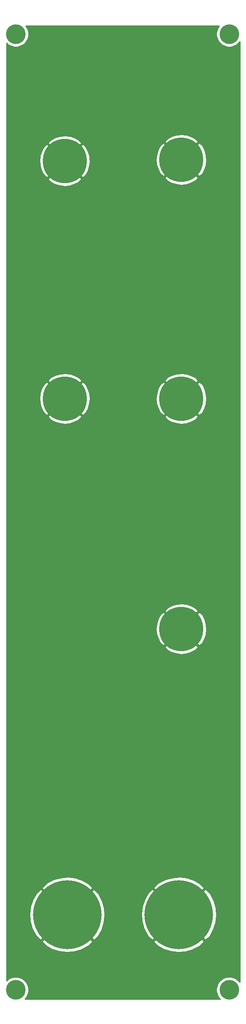
<source format=gbr>
%TF.GenerationSoftware,KiCad,Pcbnew,(5.1.12-1-10_14)*%
%TF.CreationDate,2023-08-06T16:43:41+02:00*%
%TF.ProjectId,springy_panel,73707269-6e67-4795-9f70-616e656c2e6b,rev?*%
%TF.SameCoordinates,Original*%
%TF.FileFunction,Copper,L1,Top*%
%TF.FilePolarity,Positive*%
%FSLAX46Y46*%
G04 Gerber Fmt 4.6, Leading zero omitted, Abs format (unit mm)*
G04 Created by KiCad (PCBNEW (5.1.12-1-10_14)) date 2023-08-06 16:43:41*
%MOMM*%
%LPD*%
G01*
G04 APERTURE LIST*
%TA.AperFunction,ComponentPad*%
%ADD10C,9.000000*%
%TD*%
%TA.AperFunction,ComponentPad*%
%ADD11C,14.000000*%
%TD*%
%TA.AperFunction,ComponentPad*%
%ADD12C,4.000000*%
%TD*%
%TA.AperFunction,Conductor*%
%ADD13C,0.254000*%
%TD*%
%TA.AperFunction,Conductor*%
%ADD14C,0.100000*%
%TD*%
G04 APERTURE END LIST*
D10*
%TO.P,REF\u002A\u002A,1*%
%TO.N,GND*%
X355000000Y-52000000D03*
%TD*%
%TO.P,REF\u002A\u002A,1*%
%TO.N,GND*%
X355000000Y-5250000D03*
%TD*%
%TO.P,REF\u002A\u002A,1*%
%TO.N,GND*%
X331250000Y-5250000D03*
%TD*%
%TO.P,REF\u002A\u002A,1*%
%TO.N,GND*%
X355000000Y43250000D03*
%TD*%
%TO.P,REF\u002A\u002A,1*%
%TO.N,GND*%
X331250000Y43000000D03*
%TD*%
D11*
%TO.P,REF\u002A\u002A,1*%
%TO.N,GND*%
X354500000Y-110000000D03*
%TD*%
%TO.P,REF\u002A\u002A,1*%
%TO.N,GND*%
X331750000Y-110000000D03*
%TD*%
D12*
%TO.P,REF\u002A\u002A,1*%
%TO.N,N/C*%
X364750000Y68750000D03*
X364750000Y-125250000D03*
%TD*%
%TO.P,REF\u002A\u002A,1*%
%TO.N,N/C*%
X321250000Y-125250000D03*
X321250000Y68750000D03*
%TD*%
D13*
%TO.N,GND*%
X362414893Y69998141D02*
X362216261Y69518601D01*
X362115000Y69009525D01*
X362115000Y68490475D01*
X362216261Y67981399D01*
X362414893Y67501859D01*
X362703262Y67070285D01*
X363070285Y66703262D01*
X363501859Y66414893D01*
X363981399Y66216261D01*
X364490475Y66115000D01*
X365009525Y66115000D01*
X365518601Y66216261D01*
X365998141Y66414893D01*
X366429715Y66703262D01*
X366796738Y67070285D01*
X366873000Y67184419D01*
X366873000Y-123684419D01*
X366796738Y-123570285D01*
X366429715Y-123203262D01*
X365998141Y-122914893D01*
X365518601Y-122716261D01*
X365009525Y-122615000D01*
X364490475Y-122615000D01*
X363981399Y-122716261D01*
X363501859Y-122914893D01*
X363070285Y-123203262D01*
X362703262Y-123570285D01*
X362414893Y-124001859D01*
X362216261Y-124481399D01*
X362115000Y-124990475D01*
X362115000Y-125509525D01*
X362216261Y-126018601D01*
X362414893Y-126498141D01*
X362703262Y-126929715D01*
X362896547Y-127123000D01*
X323103453Y-127123000D01*
X323296738Y-126929715D01*
X323585107Y-126498141D01*
X323783739Y-126018601D01*
X323885000Y-125509525D01*
X323885000Y-124990475D01*
X323783739Y-124481399D01*
X323585107Y-124001859D01*
X323296738Y-123570285D01*
X322929715Y-123203262D01*
X322498141Y-122914893D01*
X322018601Y-122716261D01*
X321509525Y-122615000D01*
X320990475Y-122615000D01*
X320481399Y-122716261D01*
X320001859Y-122914893D01*
X319570285Y-123203262D01*
X319377000Y-123396547D01*
X319377000Y-115401674D01*
X326527932Y-115401674D01*
X327343908Y-116280530D01*
X328653840Y-117019437D01*
X330082756Y-117488591D01*
X331575743Y-117669963D01*
X333075428Y-117556583D01*
X334524176Y-117152807D01*
X335866314Y-116474153D01*
X336156092Y-116280530D01*
X336972068Y-115401674D01*
X349277932Y-115401674D01*
X350093908Y-116280530D01*
X351403840Y-117019437D01*
X352832756Y-117488591D01*
X354325743Y-117669963D01*
X355825428Y-117556583D01*
X357274176Y-117152807D01*
X358616314Y-116474153D01*
X358906092Y-116280530D01*
X359722068Y-115401674D01*
X354500000Y-110179605D01*
X349277932Y-115401674D01*
X336972068Y-115401674D01*
X331750000Y-110179605D01*
X326527932Y-115401674D01*
X319377000Y-115401674D01*
X319377000Y-109825743D01*
X324080037Y-109825743D01*
X324193417Y-111325428D01*
X324597193Y-112774176D01*
X325275847Y-114116314D01*
X325469470Y-114406092D01*
X326348326Y-115222068D01*
X331570395Y-110000000D01*
X331929605Y-110000000D01*
X337151674Y-115222068D01*
X338030530Y-114406092D01*
X338769437Y-113096160D01*
X339238591Y-111667244D01*
X339419963Y-110174257D01*
X339393615Y-109825743D01*
X346830037Y-109825743D01*
X346943417Y-111325428D01*
X347347193Y-112774176D01*
X348025847Y-114116314D01*
X348219470Y-114406092D01*
X349098326Y-115222068D01*
X354320395Y-110000000D01*
X354679605Y-110000000D01*
X359901674Y-115222068D01*
X360780530Y-114406092D01*
X361519437Y-113096160D01*
X361988591Y-111667244D01*
X362169963Y-110174257D01*
X362056583Y-108674572D01*
X361652807Y-107225824D01*
X360974153Y-105883686D01*
X360780530Y-105593908D01*
X359901674Y-104777932D01*
X354679605Y-110000000D01*
X354320395Y-110000000D01*
X349098326Y-104777932D01*
X348219470Y-105593908D01*
X347480563Y-106903840D01*
X347011409Y-108332756D01*
X346830037Y-109825743D01*
X339393615Y-109825743D01*
X339306583Y-108674572D01*
X338902807Y-107225824D01*
X338224153Y-105883686D01*
X338030530Y-105593908D01*
X337151674Y-104777932D01*
X331929605Y-110000000D01*
X331570395Y-110000000D01*
X326348326Y-104777932D01*
X325469470Y-105593908D01*
X324730563Y-106903840D01*
X324261409Y-108332756D01*
X324080037Y-109825743D01*
X319377000Y-109825743D01*
X319377000Y-104598326D01*
X326527932Y-104598326D01*
X331750000Y-109820395D01*
X336972068Y-104598326D01*
X349277932Y-104598326D01*
X354500000Y-109820395D01*
X359722068Y-104598326D01*
X358906092Y-103719470D01*
X357596160Y-102980563D01*
X356167244Y-102511409D01*
X354674257Y-102330037D01*
X353174572Y-102443417D01*
X351725824Y-102847193D01*
X350383686Y-103525847D01*
X350093908Y-103719470D01*
X349277932Y-104598326D01*
X336972068Y-104598326D01*
X336156092Y-103719470D01*
X334846160Y-102980563D01*
X333417244Y-102511409D01*
X331924257Y-102330037D01*
X330424572Y-102443417D01*
X328975824Y-102847193D01*
X327633686Y-103525847D01*
X327343908Y-103719470D01*
X326527932Y-104598326D01*
X319377000Y-104598326D01*
X319377000Y-55624971D01*
X351554634Y-55624971D01*
X352070783Y-56247788D01*
X352955768Y-56737630D01*
X353919314Y-57045407D01*
X354924389Y-57159293D01*
X355932370Y-57074910D01*
X356904520Y-56795501D01*
X357803481Y-56331803D01*
X357929217Y-56247788D01*
X358445366Y-55624971D01*
X355000000Y-52179605D01*
X351554634Y-55624971D01*
X319377000Y-55624971D01*
X319377000Y-51924389D01*
X349840707Y-51924389D01*
X349925090Y-52932370D01*
X350204499Y-53904520D01*
X350668197Y-54803481D01*
X350752212Y-54929217D01*
X351375029Y-55445366D01*
X354820395Y-52000000D01*
X355179605Y-52000000D01*
X358624971Y-55445366D01*
X359247788Y-54929217D01*
X359737630Y-54044232D01*
X360045407Y-53080686D01*
X360159293Y-52075611D01*
X360074910Y-51067630D01*
X359795501Y-50095480D01*
X359331803Y-49196519D01*
X359247788Y-49070783D01*
X358624971Y-48554634D01*
X355179605Y-52000000D01*
X354820395Y-52000000D01*
X351375029Y-48554634D01*
X350752212Y-49070783D01*
X350262370Y-49955768D01*
X349954593Y-50919314D01*
X349840707Y-51924389D01*
X319377000Y-51924389D01*
X319377000Y-48375029D01*
X351554634Y-48375029D01*
X355000000Y-51820395D01*
X358445366Y-48375029D01*
X357929217Y-47752212D01*
X357044232Y-47262370D01*
X356080686Y-46954593D01*
X355075611Y-46840707D01*
X354067630Y-46925090D01*
X353095480Y-47204499D01*
X352196519Y-47668197D01*
X352070783Y-47752212D01*
X351554634Y-48375029D01*
X319377000Y-48375029D01*
X319377000Y-8874971D01*
X327804634Y-8874971D01*
X328320783Y-9497788D01*
X329205768Y-9987630D01*
X330169314Y-10295407D01*
X331174389Y-10409293D01*
X332182370Y-10324910D01*
X333154520Y-10045501D01*
X334053481Y-9581803D01*
X334179217Y-9497788D01*
X334695366Y-8874971D01*
X351554634Y-8874971D01*
X352070783Y-9497788D01*
X352955768Y-9987630D01*
X353919314Y-10295407D01*
X354924389Y-10409293D01*
X355932370Y-10324910D01*
X356904520Y-10045501D01*
X357803481Y-9581803D01*
X357929217Y-9497788D01*
X358445366Y-8874971D01*
X355000000Y-5429605D01*
X351554634Y-8874971D01*
X334695366Y-8874971D01*
X331250000Y-5429605D01*
X327804634Y-8874971D01*
X319377000Y-8874971D01*
X319377000Y-5174389D01*
X326090707Y-5174389D01*
X326175090Y-6182370D01*
X326454499Y-7154520D01*
X326918197Y-8053481D01*
X327002212Y-8179217D01*
X327625029Y-8695366D01*
X331070395Y-5250000D01*
X331429605Y-5250000D01*
X334874971Y-8695366D01*
X335497788Y-8179217D01*
X335987630Y-7294232D01*
X336295407Y-6330686D01*
X336409293Y-5325611D01*
X336396634Y-5174389D01*
X349840707Y-5174389D01*
X349925090Y-6182370D01*
X350204499Y-7154520D01*
X350668197Y-8053481D01*
X350752212Y-8179217D01*
X351375029Y-8695366D01*
X354820395Y-5250000D01*
X355179605Y-5250000D01*
X358624971Y-8695366D01*
X359247788Y-8179217D01*
X359737630Y-7294232D01*
X360045407Y-6330686D01*
X360159293Y-5325611D01*
X360074910Y-4317630D01*
X359795501Y-3345480D01*
X359331803Y-2446519D01*
X359247788Y-2320783D01*
X358624971Y-1804634D01*
X355179605Y-5250000D01*
X354820395Y-5250000D01*
X351375029Y-1804634D01*
X350752212Y-2320783D01*
X350262370Y-3205768D01*
X349954593Y-4169314D01*
X349840707Y-5174389D01*
X336396634Y-5174389D01*
X336324910Y-4317630D01*
X336045501Y-3345480D01*
X335581803Y-2446519D01*
X335497788Y-2320783D01*
X334874971Y-1804634D01*
X331429605Y-5250000D01*
X331070395Y-5250000D01*
X327625029Y-1804634D01*
X327002212Y-2320783D01*
X326512370Y-3205768D01*
X326204593Y-4169314D01*
X326090707Y-5174389D01*
X319377000Y-5174389D01*
X319377000Y-1625029D01*
X327804634Y-1625029D01*
X331250000Y-5070395D01*
X334695366Y-1625029D01*
X351554634Y-1625029D01*
X355000000Y-5070395D01*
X358445366Y-1625029D01*
X357929217Y-1002212D01*
X357044232Y-512370D01*
X356080686Y-204593D01*
X355075611Y-90707D01*
X354067630Y-175090D01*
X353095480Y-454499D01*
X352196519Y-918197D01*
X352070783Y-1002212D01*
X351554634Y-1625029D01*
X334695366Y-1625029D01*
X334179217Y-1002212D01*
X333294232Y-512370D01*
X332330686Y-204593D01*
X331325611Y-90707D01*
X330317630Y-175090D01*
X329345480Y-454499D01*
X328446519Y-918197D01*
X328320783Y-1002212D01*
X327804634Y-1625029D01*
X319377000Y-1625029D01*
X319377000Y39375029D01*
X327804634Y39375029D01*
X328320783Y38752212D01*
X329205768Y38262370D01*
X330169314Y37954593D01*
X331174389Y37840707D01*
X332182370Y37925090D01*
X333154520Y38204499D01*
X334053481Y38668197D01*
X334179217Y38752212D01*
X334695366Y39375029D01*
X331250000Y42820395D01*
X327804634Y39375029D01*
X319377000Y39375029D01*
X319377000Y43075611D01*
X326090707Y43075611D01*
X326175090Y42067630D01*
X326454499Y41095480D01*
X326918197Y40196519D01*
X327002212Y40070783D01*
X327625029Y39554634D01*
X331070395Y43000000D01*
X331429605Y43000000D01*
X334874971Y39554634D01*
X334959913Y39625029D01*
X351554634Y39625029D01*
X352070783Y39002212D01*
X352955768Y38512370D01*
X353919314Y38204593D01*
X354924389Y38090707D01*
X355932370Y38175090D01*
X356904520Y38454499D01*
X357803481Y38918197D01*
X357929217Y39002212D01*
X358445366Y39625029D01*
X355000000Y43070395D01*
X351554634Y39625029D01*
X334959913Y39625029D01*
X335497788Y40070783D01*
X335987630Y40955768D01*
X336295407Y41919314D01*
X336409293Y42924389D01*
X336375705Y43325611D01*
X349840707Y43325611D01*
X349925090Y42317630D01*
X350204499Y41345480D01*
X350668197Y40446519D01*
X350752212Y40320783D01*
X351375029Y39804634D01*
X354820395Y43250000D01*
X355179605Y43250000D01*
X358624971Y39804634D01*
X359247788Y40320783D01*
X359737630Y41205768D01*
X360045407Y42169314D01*
X360159293Y43174389D01*
X360074910Y44182370D01*
X359795501Y45154520D01*
X359331803Y46053481D01*
X359247788Y46179217D01*
X358624971Y46695366D01*
X355179605Y43250000D01*
X354820395Y43250000D01*
X351375029Y46695366D01*
X350752212Y46179217D01*
X350262370Y45294232D01*
X349954593Y44330686D01*
X349840707Y43325611D01*
X336375705Y43325611D01*
X336324910Y43932370D01*
X336045501Y44904520D01*
X335581803Y45803481D01*
X335497788Y45929217D01*
X334874971Y46445366D01*
X331429605Y43000000D01*
X331070395Y43000000D01*
X327625029Y46445366D01*
X327002212Y45929217D01*
X326512370Y45044232D01*
X326204593Y44080686D01*
X326090707Y43075611D01*
X319377000Y43075611D01*
X319377000Y46624971D01*
X327804634Y46624971D01*
X331250000Y43179605D01*
X334695366Y46624971D01*
X334488183Y46874971D01*
X351554634Y46874971D01*
X355000000Y43429605D01*
X358445366Y46874971D01*
X357929217Y47497788D01*
X357044232Y47987630D01*
X356080686Y48295407D01*
X355075611Y48409293D01*
X354067630Y48324910D01*
X353095480Y48045501D01*
X352196519Y47581803D01*
X352070783Y47497788D01*
X351554634Y46874971D01*
X334488183Y46874971D01*
X334179217Y47247788D01*
X333294232Y47737630D01*
X332330686Y48045407D01*
X331325611Y48159293D01*
X330317630Y48074910D01*
X329345480Y47795501D01*
X328446519Y47331803D01*
X328320783Y47247788D01*
X327804634Y46624971D01*
X319377000Y46624971D01*
X319377000Y66896547D01*
X319570285Y66703262D01*
X320001859Y66414893D01*
X320481399Y66216261D01*
X320990475Y66115000D01*
X321509525Y66115000D01*
X322018601Y66216261D01*
X322498141Y66414893D01*
X322929715Y66703262D01*
X323296738Y67070285D01*
X323585107Y67501859D01*
X323783739Y67981399D01*
X323885000Y68490475D01*
X323885000Y69009525D01*
X323783739Y69518601D01*
X323585107Y69998141D01*
X323334634Y70373000D01*
X362665366Y70373000D01*
X362414893Y69998141D01*
%TA.AperFunction,Conductor*%
D14*
G36*
X362414893Y69998141D02*
G01*
X362216261Y69518601D01*
X362115000Y69009525D01*
X362115000Y68490475D01*
X362216261Y67981399D01*
X362414893Y67501859D01*
X362703262Y67070285D01*
X363070285Y66703262D01*
X363501859Y66414893D01*
X363981399Y66216261D01*
X364490475Y66115000D01*
X365009525Y66115000D01*
X365518601Y66216261D01*
X365998141Y66414893D01*
X366429715Y66703262D01*
X366796738Y67070285D01*
X366873000Y67184419D01*
X366873000Y-123684419D01*
X366796738Y-123570285D01*
X366429715Y-123203262D01*
X365998141Y-122914893D01*
X365518601Y-122716261D01*
X365009525Y-122615000D01*
X364490475Y-122615000D01*
X363981399Y-122716261D01*
X363501859Y-122914893D01*
X363070285Y-123203262D01*
X362703262Y-123570285D01*
X362414893Y-124001859D01*
X362216261Y-124481399D01*
X362115000Y-124990475D01*
X362115000Y-125509525D01*
X362216261Y-126018601D01*
X362414893Y-126498141D01*
X362703262Y-126929715D01*
X362896547Y-127123000D01*
X323103453Y-127123000D01*
X323296738Y-126929715D01*
X323585107Y-126498141D01*
X323783739Y-126018601D01*
X323885000Y-125509525D01*
X323885000Y-124990475D01*
X323783739Y-124481399D01*
X323585107Y-124001859D01*
X323296738Y-123570285D01*
X322929715Y-123203262D01*
X322498141Y-122914893D01*
X322018601Y-122716261D01*
X321509525Y-122615000D01*
X320990475Y-122615000D01*
X320481399Y-122716261D01*
X320001859Y-122914893D01*
X319570285Y-123203262D01*
X319377000Y-123396547D01*
X319377000Y-115401674D01*
X326527932Y-115401674D01*
X327343908Y-116280530D01*
X328653840Y-117019437D01*
X330082756Y-117488591D01*
X331575743Y-117669963D01*
X333075428Y-117556583D01*
X334524176Y-117152807D01*
X335866314Y-116474153D01*
X336156092Y-116280530D01*
X336972068Y-115401674D01*
X349277932Y-115401674D01*
X350093908Y-116280530D01*
X351403840Y-117019437D01*
X352832756Y-117488591D01*
X354325743Y-117669963D01*
X355825428Y-117556583D01*
X357274176Y-117152807D01*
X358616314Y-116474153D01*
X358906092Y-116280530D01*
X359722068Y-115401674D01*
X354500000Y-110179605D01*
X349277932Y-115401674D01*
X336972068Y-115401674D01*
X331750000Y-110179605D01*
X326527932Y-115401674D01*
X319377000Y-115401674D01*
X319377000Y-109825743D01*
X324080037Y-109825743D01*
X324193417Y-111325428D01*
X324597193Y-112774176D01*
X325275847Y-114116314D01*
X325469470Y-114406092D01*
X326348326Y-115222068D01*
X331570395Y-110000000D01*
X331929605Y-110000000D01*
X337151674Y-115222068D01*
X338030530Y-114406092D01*
X338769437Y-113096160D01*
X339238591Y-111667244D01*
X339419963Y-110174257D01*
X339393615Y-109825743D01*
X346830037Y-109825743D01*
X346943417Y-111325428D01*
X347347193Y-112774176D01*
X348025847Y-114116314D01*
X348219470Y-114406092D01*
X349098326Y-115222068D01*
X354320395Y-110000000D01*
X354679605Y-110000000D01*
X359901674Y-115222068D01*
X360780530Y-114406092D01*
X361519437Y-113096160D01*
X361988591Y-111667244D01*
X362169963Y-110174257D01*
X362056583Y-108674572D01*
X361652807Y-107225824D01*
X360974153Y-105883686D01*
X360780530Y-105593908D01*
X359901674Y-104777932D01*
X354679605Y-110000000D01*
X354320395Y-110000000D01*
X349098326Y-104777932D01*
X348219470Y-105593908D01*
X347480563Y-106903840D01*
X347011409Y-108332756D01*
X346830037Y-109825743D01*
X339393615Y-109825743D01*
X339306583Y-108674572D01*
X338902807Y-107225824D01*
X338224153Y-105883686D01*
X338030530Y-105593908D01*
X337151674Y-104777932D01*
X331929605Y-110000000D01*
X331570395Y-110000000D01*
X326348326Y-104777932D01*
X325469470Y-105593908D01*
X324730563Y-106903840D01*
X324261409Y-108332756D01*
X324080037Y-109825743D01*
X319377000Y-109825743D01*
X319377000Y-104598326D01*
X326527932Y-104598326D01*
X331750000Y-109820395D01*
X336972068Y-104598326D01*
X349277932Y-104598326D01*
X354500000Y-109820395D01*
X359722068Y-104598326D01*
X358906092Y-103719470D01*
X357596160Y-102980563D01*
X356167244Y-102511409D01*
X354674257Y-102330037D01*
X353174572Y-102443417D01*
X351725824Y-102847193D01*
X350383686Y-103525847D01*
X350093908Y-103719470D01*
X349277932Y-104598326D01*
X336972068Y-104598326D01*
X336156092Y-103719470D01*
X334846160Y-102980563D01*
X333417244Y-102511409D01*
X331924257Y-102330037D01*
X330424572Y-102443417D01*
X328975824Y-102847193D01*
X327633686Y-103525847D01*
X327343908Y-103719470D01*
X326527932Y-104598326D01*
X319377000Y-104598326D01*
X319377000Y-55624971D01*
X351554634Y-55624971D01*
X352070783Y-56247788D01*
X352955768Y-56737630D01*
X353919314Y-57045407D01*
X354924389Y-57159293D01*
X355932370Y-57074910D01*
X356904520Y-56795501D01*
X357803481Y-56331803D01*
X357929217Y-56247788D01*
X358445366Y-55624971D01*
X355000000Y-52179605D01*
X351554634Y-55624971D01*
X319377000Y-55624971D01*
X319377000Y-51924389D01*
X349840707Y-51924389D01*
X349925090Y-52932370D01*
X350204499Y-53904520D01*
X350668197Y-54803481D01*
X350752212Y-54929217D01*
X351375029Y-55445366D01*
X354820395Y-52000000D01*
X355179605Y-52000000D01*
X358624971Y-55445366D01*
X359247788Y-54929217D01*
X359737630Y-54044232D01*
X360045407Y-53080686D01*
X360159293Y-52075611D01*
X360074910Y-51067630D01*
X359795501Y-50095480D01*
X359331803Y-49196519D01*
X359247788Y-49070783D01*
X358624971Y-48554634D01*
X355179605Y-52000000D01*
X354820395Y-52000000D01*
X351375029Y-48554634D01*
X350752212Y-49070783D01*
X350262370Y-49955768D01*
X349954593Y-50919314D01*
X349840707Y-51924389D01*
X319377000Y-51924389D01*
X319377000Y-48375029D01*
X351554634Y-48375029D01*
X355000000Y-51820395D01*
X358445366Y-48375029D01*
X357929217Y-47752212D01*
X357044232Y-47262370D01*
X356080686Y-46954593D01*
X355075611Y-46840707D01*
X354067630Y-46925090D01*
X353095480Y-47204499D01*
X352196519Y-47668197D01*
X352070783Y-47752212D01*
X351554634Y-48375029D01*
X319377000Y-48375029D01*
X319377000Y-8874971D01*
X327804634Y-8874971D01*
X328320783Y-9497788D01*
X329205768Y-9987630D01*
X330169314Y-10295407D01*
X331174389Y-10409293D01*
X332182370Y-10324910D01*
X333154520Y-10045501D01*
X334053481Y-9581803D01*
X334179217Y-9497788D01*
X334695366Y-8874971D01*
X351554634Y-8874971D01*
X352070783Y-9497788D01*
X352955768Y-9987630D01*
X353919314Y-10295407D01*
X354924389Y-10409293D01*
X355932370Y-10324910D01*
X356904520Y-10045501D01*
X357803481Y-9581803D01*
X357929217Y-9497788D01*
X358445366Y-8874971D01*
X355000000Y-5429605D01*
X351554634Y-8874971D01*
X334695366Y-8874971D01*
X331250000Y-5429605D01*
X327804634Y-8874971D01*
X319377000Y-8874971D01*
X319377000Y-5174389D01*
X326090707Y-5174389D01*
X326175090Y-6182370D01*
X326454499Y-7154520D01*
X326918197Y-8053481D01*
X327002212Y-8179217D01*
X327625029Y-8695366D01*
X331070395Y-5250000D01*
X331429605Y-5250000D01*
X334874971Y-8695366D01*
X335497788Y-8179217D01*
X335987630Y-7294232D01*
X336295407Y-6330686D01*
X336409293Y-5325611D01*
X336396634Y-5174389D01*
X349840707Y-5174389D01*
X349925090Y-6182370D01*
X350204499Y-7154520D01*
X350668197Y-8053481D01*
X350752212Y-8179217D01*
X351375029Y-8695366D01*
X354820395Y-5250000D01*
X355179605Y-5250000D01*
X358624971Y-8695366D01*
X359247788Y-8179217D01*
X359737630Y-7294232D01*
X360045407Y-6330686D01*
X360159293Y-5325611D01*
X360074910Y-4317630D01*
X359795501Y-3345480D01*
X359331803Y-2446519D01*
X359247788Y-2320783D01*
X358624971Y-1804634D01*
X355179605Y-5250000D01*
X354820395Y-5250000D01*
X351375029Y-1804634D01*
X350752212Y-2320783D01*
X350262370Y-3205768D01*
X349954593Y-4169314D01*
X349840707Y-5174389D01*
X336396634Y-5174389D01*
X336324910Y-4317630D01*
X336045501Y-3345480D01*
X335581803Y-2446519D01*
X335497788Y-2320783D01*
X334874971Y-1804634D01*
X331429605Y-5250000D01*
X331070395Y-5250000D01*
X327625029Y-1804634D01*
X327002212Y-2320783D01*
X326512370Y-3205768D01*
X326204593Y-4169314D01*
X326090707Y-5174389D01*
X319377000Y-5174389D01*
X319377000Y-1625029D01*
X327804634Y-1625029D01*
X331250000Y-5070395D01*
X334695366Y-1625029D01*
X351554634Y-1625029D01*
X355000000Y-5070395D01*
X358445366Y-1625029D01*
X357929217Y-1002212D01*
X357044232Y-512370D01*
X356080686Y-204593D01*
X355075611Y-90707D01*
X354067630Y-175090D01*
X353095480Y-454499D01*
X352196519Y-918197D01*
X352070783Y-1002212D01*
X351554634Y-1625029D01*
X334695366Y-1625029D01*
X334179217Y-1002212D01*
X333294232Y-512370D01*
X332330686Y-204593D01*
X331325611Y-90707D01*
X330317630Y-175090D01*
X329345480Y-454499D01*
X328446519Y-918197D01*
X328320783Y-1002212D01*
X327804634Y-1625029D01*
X319377000Y-1625029D01*
X319377000Y39375029D01*
X327804634Y39375029D01*
X328320783Y38752212D01*
X329205768Y38262370D01*
X330169314Y37954593D01*
X331174389Y37840707D01*
X332182370Y37925090D01*
X333154520Y38204499D01*
X334053481Y38668197D01*
X334179217Y38752212D01*
X334695366Y39375029D01*
X331250000Y42820395D01*
X327804634Y39375029D01*
X319377000Y39375029D01*
X319377000Y43075611D01*
X326090707Y43075611D01*
X326175090Y42067630D01*
X326454499Y41095480D01*
X326918197Y40196519D01*
X327002212Y40070783D01*
X327625029Y39554634D01*
X331070395Y43000000D01*
X331429605Y43000000D01*
X334874971Y39554634D01*
X334959913Y39625029D01*
X351554634Y39625029D01*
X352070783Y39002212D01*
X352955768Y38512370D01*
X353919314Y38204593D01*
X354924389Y38090707D01*
X355932370Y38175090D01*
X356904520Y38454499D01*
X357803481Y38918197D01*
X357929217Y39002212D01*
X358445366Y39625029D01*
X355000000Y43070395D01*
X351554634Y39625029D01*
X334959913Y39625029D01*
X335497788Y40070783D01*
X335987630Y40955768D01*
X336295407Y41919314D01*
X336409293Y42924389D01*
X336375705Y43325611D01*
X349840707Y43325611D01*
X349925090Y42317630D01*
X350204499Y41345480D01*
X350668197Y40446519D01*
X350752212Y40320783D01*
X351375029Y39804634D01*
X354820395Y43250000D01*
X355179605Y43250000D01*
X358624971Y39804634D01*
X359247788Y40320783D01*
X359737630Y41205768D01*
X360045407Y42169314D01*
X360159293Y43174389D01*
X360074910Y44182370D01*
X359795501Y45154520D01*
X359331803Y46053481D01*
X359247788Y46179217D01*
X358624971Y46695366D01*
X355179605Y43250000D01*
X354820395Y43250000D01*
X351375029Y46695366D01*
X350752212Y46179217D01*
X350262370Y45294232D01*
X349954593Y44330686D01*
X349840707Y43325611D01*
X336375705Y43325611D01*
X336324910Y43932370D01*
X336045501Y44904520D01*
X335581803Y45803481D01*
X335497788Y45929217D01*
X334874971Y46445366D01*
X331429605Y43000000D01*
X331070395Y43000000D01*
X327625029Y46445366D01*
X327002212Y45929217D01*
X326512370Y45044232D01*
X326204593Y44080686D01*
X326090707Y43075611D01*
X319377000Y43075611D01*
X319377000Y46624971D01*
X327804634Y46624971D01*
X331250000Y43179605D01*
X334695366Y46624971D01*
X334488183Y46874971D01*
X351554634Y46874971D01*
X355000000Y43429605D01*
X358445366Y46874971D01*
X357929217Y47497788D01*
X357044232Y47987630D01*
X356080686Y48295407D01*
X355075611Y48409293D01*
X354067630Y48324910D01*
X353095480Y48045501D01*
X352196519Y47581803D01*
X352070783Y47497788D01*
X351554634Y46874971D01*
X334488183Y46874971D01*
X334179217Y47247788D01*
X333294232Y47737630D01*
X332330686Y48045407D01*
X331325611Y48159293D01*
X330317630Y48074910D01*
X329345480Y47795501D01*
X328446519Y47331803D01*
X328320783Y47247788D01*
X327804634Y46624971D01*
X319377000Y46624971D01*
X319377000Y66896547D01*
X319570285Y66703262D01*
X320001859Y66414893D01*
X320481399Y66216261D01*
X320990475Y66115000D01*
X321509525Y66115000D01*
X322018601Y66216261D01*
X322498141Y66414893D01*
X322929715Y66703262D01*
X323296738Y67070285D01*
X323585107Y67501859D01*
X323783739Y67981399D01*
X323885000Y68490475D01*
X323885000Y69009525D01*
X323783739Y69518601D01*
X323585107Y69998141D01*
X323334634Y70373000D01*
X362665366Y70373000D01*
X362414893Y69998141D01*
G37*
%TD.AperFunction*%
%TD*%
M02*

</source>
